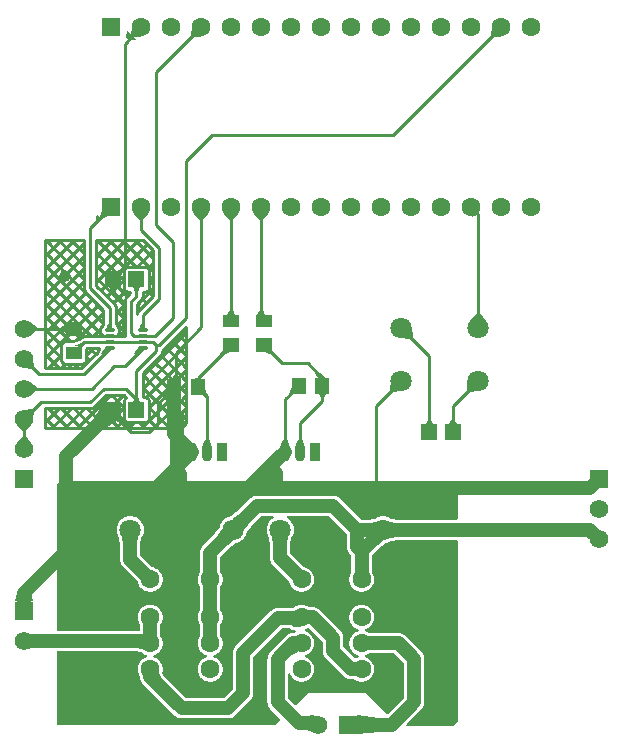
<source format=gtl>
G04 Layer: TopLayer*
G04 EasyEDA v6.5.22, 2023-11-14 22:50:32*
G04 e9b09aeb9267423f9454c27dff36c41a,e380eaf7f1bc463bad4fc33596f4f57f,10*
G04 Gerber Generator version 0.2*
G04 Scale: 100 percent, Rotated: No, Reflected: No *
G04 Dimensions in millimeters *
G04 leading zeros omitted , absolute positions ,4 integer and 5 decimal *
%FSLAX45Y45*%
%MOMM*%

%AMMACRO1*21,1,$1,$2,0,0,$3*%
%ADD10C,0.2540*%
%ADD11C,1.2000*%
%ADD12MACRO1,1.35X1.41X-90.0000*%
%ADD13MACRO1,1.35X1.41X90.0000*%
%ADD14MACRO1,1.377X1.1325X-90.0000*%
%ADD15MACRO1,1.377X1.1325X0.0000*%
%ADD16R,1.3770X1.1325*%
%ADD17O,0.9050020000000001X0.2800096*%
%ADD18C,1.8000*%
%ADD19R,1.5748X1.5748*%
%ADD20C,1.5748*%
%ADD21O,0.8999982X1.5999968*%
%ADD22R,0.9000X1.6000*%
%ADD23R,1.6000X1.6000*%
%ADD24C,1.6000*%
%ADD25C,1.0000*%
%ADD26C,0.0180*%

%LPD*%
G36*
X4269943Y1715973D02*
G01*
X4266082Y1716735D01*
X4262780Y1718919D01*
X4090111Y1891588D01*
X4088384Y1892300D01*
X3595115Y1892300D01*
X3593388Y1891588D01*
X3496919Y1795119D01*
X3493617Y1792935D01*
X3489756Y1792173D01*
X3485845Y1792935D01*
X3482543Y1795119D01*
X3429000Y1848713D01*
X3426764Y1852015D01*
X3426002Y1855876D01*
X3426002Y2051862D01*
X3427018Y2056282D01*
X3429812Y2059787D01*
X3433876Y2061768D01*
X3438347Y2061819D01*
X3442462Y2059889D01*
X3445256Y2056384D01*
X3451606Y2043582D01*
X3459276Y2032050D01*
X3468420Y2021636D01*
X3478834Y2012543D01*
X3490366Y2004822D01*
X3502761Y1998675D01*
X3515868Y1994255D01*
X3529482Y1991563D01*
X3543300Y1990648D01*
X3557117Y1991563D01*
X3570681Y1994255D01*
X3583838Y1998675D01*
X3596233Y2004822D01*
X3607765Y2012543D01*
X3618179Y2021636D01*
X3627272Y2032050D01*
X3634994Y2043582D01*
X3641140Y2055977D01*
X3645560Y2069134D01*
X3648252Y2082698D01*
X3649167Y2096516D01*
X3648252Y2110333D01*
X3645560Y2123948D01*
X3641140Y2137054D01*
X3634994Y2149449D01*
X3627272Y2160981D01*
X3618179Y2171395D01*
X3607765Y2180539D01*
X3596233Y2188210D01*
X3583838Y2194356D01*
X3576320Y2196896D01*
X3572764Y2199030D01*
X3570325Y2202434D01*
X3569462Y2206498D01*
X3570325Y2210612D01*
X3572764Y2214016D01*
X3576320Y2216150D01*
X3583838Y2218639D01*
X3596233Y2224786D01*
X3607765Y2232507D01*
X3618179Y2241600D01*
X3627272Y2252014D01*
X3634994Y2263546D01*
X3641140Y2275941D01*
X3645560Y2289098D01*
X3648252Y2302662D01*
X3649167Y2316480D01*
X3648252Y2330297D01*
X3645560Y2343912D01*
X3641140Y2357018D01*
X3634994Y2369413D01*
X3627272Y2380945D01*
X3618179Y2391359D01*
X3607765Y2400503D01*
X3596233Y2408174D01*
X3583838Y2414320D01*
X3576320Y2416860D01*
X3572764Y2418994D01*
X3570325Y2422398D01*
X3569462Y2426462D01*
X3570325Y2430576D01*
X3572764Y2433980D01*
X3576320Y2436114D01*
X3583838Y2438603D01*
X3596233Y2444750D01*
X3600246Y2445766D01*
X3604412Y2445105D01*
X3607917Y2442819D01*
X3721100Y2329586D01*
X3723335Y2326284D01*
X3724097Y2322423D01*
X3724097Y2248103D01*
X3724300Y2241753D01*
X3724960Y2235657D01*
X3726078Y2229662D01*
X3727602Y2223719D01*
X3729532Y2217877D01*
X3731869Y2212238D01*
X3734612Y2206752D01*
X3737711Y2201468D01*
X3741216Y2196439D01*
X3745077Y2191664D01*
X3749395Y2187041D01*
X3900525Y2035911D01*
X3905148Y2031593D01*
X3909923Y2027732D01*
X3914952Y2024227D01*
X3920236Y2021128D01*
X3925722Y2018385D01*
X3931361Y2016048D01*
X3937203Y2014118D01*
X3943146Y2012594D01*
X3949141Y2011476D01*
X3955237Y2010816D01*
X3961587Y2010613D01*
X3986631Y2010613D01*
X3989578Y2010156D01*
X3992270Y2008886D01*
X3998366Y2004822D01*
X4010761Y1998675D01*
X4023868Y1994255D01*
X4037482Y1991563D01*
X4051300Y1990648D01*
X4065117Y1991563D01*
X4078681Y1994255D01*
X4091838Y1998675D01*
X4104233Y2004822D01*
X4115765Y2012543D01*
X4126179Y2021636D01*
X4135272Y2032050D01*
X4142994Y2043582D01*
X4149140Y2055977D01*
X4153560Y2069134D01*
X4156252Y2082698D01*
X4157167Y2096516D01*
X4156252Y2110333D01*
X4153560Y2123948D01*
X4149140Y2137054D01*
X4142994Y2149449D01*
X4135272Y2160981D01*
X4126179Y2171395D01*
X4115765Y2180539D01*
X4104233Y2188210D01*
X4091838Y2194356D01*
X4084320Y2196896D01*
X4080764Y2199030D01*
X4078325Y2202434D01*
X4077462Y2206498D01*
X4078325Y2210612D01*
X4080764Y2214016D01*
X4084320Y2216150D01*
X4091838Y2218639D01*
X4104233Y2224786D01*
X4110329Y2228850D01*
X4113022Y2230120D01*
X4115968Y2230577D01*
X4323943Y2230577D01*
X4327804Y2229815D01*
X4331106Y2227580D01*
X4406900Y2151786D01*
X4409135Y2148484D01*
X4409897Y2144623D01*
X4409897Y1855876D01*
X4409135Y1852015D01*
X4406900Y1848713D01*
X4277156Y1718919D01*
X4273854Y1716735D01*
G37*

%LPD*%
G36*
X1483360Y1625600D02*
G01*
X1479448Y1626362D01*
X1476197Y1628597D01*
X1473962Y1631848D01*
X1473200Y1635760D01*
X1473200Y2240737D01*
X1473962Y2244598D01*
X1476197Y2247900D01*
X1479448Y2250135D01*
X1483360Y2250897D01*
X2139137Y2250897D01*
X2140864Y2250744D01*
X2180031Y2244090D01*
X2182622Y2243277D01*
X2184857Y2241854D01*
X2195982Y2232558D01*
X2207666Y2224786D01*
X2220061Y2218639D01*
X2227529Y2216150D01*
X2231136Y2214016D01*
X2233574Y2210612D01*
X2234438Y2206498D01*
X2233574Y2202434D01*
X2231136Y2199030D01*
X2227529Y2196896D01*
X2220061Y2194356D01*
X2207666Y2188210D01*
X2196134Y2180539D01*
X2185720Y2171395D01*
X2176576Y2160981D01*
X2168906Y2149449D01*
X2162759Y2137054D01*
X2158339Y2123948D01*
X2155596Y2110333D01*
X2154682Y2096516D01*
X2155596Y2082698D01*
X2158339Y2069134D01*
X2162759Y2055977D01*
X2168906Y2043582D01*
X2172970Y2037435D01*
X2174240Y2034895D01*
X2174697Y2032152D01*
X2174900Y2025853D01*
X2175560Y2019757D01*
X2176678Y2013762D01*
X2178202Y2007819D01*
X2180132Y2001977D01*
X2182469Y1996338D01*
X2185212Y1990852D01*
X2188311Y1985568D01*
X2191816Y1980539D01*
X2195677Y1975764D01*
X2199995Y1971141D01*
X2466441Y1704695D01*
X2471064Y1700377D01*
X2475839Y1696516D01*
X2480868Y1693011D01*
X2486152Y1689912D01*
X2491638Y1687169D01*
X2497277Y1684832D01*
X2503119Y1682902D01*
X2509062Y1681378D01*
X2515057Y1680260D01*
X2521153Y1679600D01*
X2527503Y1679397D01*
X2920796Y1679397D01*
X2927146Y1679600D01*
X2933242Y1680260D01*
X2939237Y1681378D01*
X2945180Y1682902D01*
X2951022Y1684832D01*
X2956661Y1687169D01*
X2962148Y1689912D01*
X2967431Y1693011D01*
X2972460Y1696516D01*
X2977235Y1700377D01*
X2981858Y1704695D01*
X3108604Y1831441D01*
X3112922Y1836064D01*
X3116783Y1840839D01*
X3120288Y1845868D01*
X3123387Y1851152D01*
X3126130Y1856638D01*
X3128467Y1862277D01*
X3130397Y1868119D01*
X3131921Y1874062D01*
X3133039Y1880057D01*
X3133699Y1886153D01*
X3133902Y1892503D01*
X3133902Y2195423D01*
X3134664Y2199284D01*
X3136900Y2202586D01*
X3372713Y2438400D01*
X3376015Y2440635D01*
X3379876Y2441397D01*
X3443478Y2441397D01*
X3447389Y2440635D01*
X3450640Y2438400D01*
X3456584Y2432507D01*
X3460851Y2429002D01*
X3466033Y2426309D01*
X3471672Y2424836D01*
X3478022Y2424684D01*
X3481120Y2424938D01*
X3485540Y2424328D01*
X3489248Y2421940D01*
X3491585Y2418181D01*
X3492093Y2413762D01*
X3490671Y2409596D01*
X3487623Y2406396D01*
X3484219Y2404110D01*
X3481527Y2402840D01*
X3478580Y2402382D01*
X3466033Y2402179D01*
X3459937Y2401519D01*
X3453942Y2400401D01*
X3447999Y2398877D01*
X3442157Y2396947D01*
X3436518Y2394610D01*
X3431032Y2391867D01*
X3425748Y2388768D01*
X3420719Y2385263D01*
X3415944Y2381402D01*
X3411321Y2377084D01*
X3279495Y2245258D01*
X3275177Y2240635D01*
X3271316Y2235860D01*
X3267811Y2230831D01*
X3264712Y2225548D01*
X3261969Y2220061D01*
X3259632Y2214422D01*
X3257702Y2208580D01*
X3256178Y2202637D01*
X3255060Y2196642D01*
X3254400Y2190546D01*
X3254197Y2184196D01*
X3254197Y1816303D01*
X3254400Y1809953D01*
X3255060Y1803857D01*
X3256178Y1797862D01*
X3257702Y1791919D01*
X3259632Y1786077D01*
X3261969Y1780438D01*
X3264712Y1774952D01*
X3267811Y1769668D01*
X3271316Y1764639D01*
X3275177Y1759864D01*
X3279495Y1755241D01*
X3361080Y1673656D01*
X3363264Y1670354D01*
X3364026Y1666443D01*
X3363264Y1662582D01*
X3361080Y1659280D01*
X3330397Y1628597D01*
X3327095Y1626362D01*
X3323183Y1625600D01*
G37*

%LPD*%
G36*
X4438599Y1612900D02*
G01*
X4434738Y1613662D01*
X4431436Y1615897D01*
X4429252Y1619148D01*
X4428439Y1623060D01*
X4429252Y1626971D01*
X4431436Y1630222D01*
X4556404Y1755241D01*
X4560722Y1759864D01*
X4564583Y1764639D01*
X4568088Y1769668D01*
X4571187Y1774952D01*
X4573930Y1780438D01*
X4576267Y1786077D01*
X4578197Y1791919D01*
X4579721Y1797862D01*
X4580839Y1803857D01*
X4581499Y1809953D01*
X4581702Y1816303D01*
X4581702Y2184196D01*
X4581499Y2190546D01*
X4580839Y2196642D01*
X4579721Y2202637D01*
X4578197Y2208580D01*
X4576267Y2214422D01*
X4573930Y2220061D01*
X4571187Y2225548D01*
X4568088Y2230831D01*
X4564583Y2235860D01*
X4560722Y2240635D01*
X4556404Y2245258D01*
X4424578Y2377084D01*
X4419955Y2381402D01*
X4415180Y2385263D01*
X4410151Y2388768D01*
X4404868Y2391867D01*
X4399381Y2394610D01*
X4393742Y2396947D01*
X4387900Y2398877D01*
X4381957Y2400401D01*
X4375962Y2401519D01*
X4369866Y2402179D01*
X4363516Y2402382D01*
X4116019Y2402382D01*
X4113072Y2402840D01*
X4110329Y2404110D01*
X4104233Y2408174D01*
X4091838Y2414320D01*
X4084320Y2416860D01*
X4080764Y2418994D01*
X4078325Y2422398D01*
X4077462Y2426462D01*
X4078325Y2430576D01*
X4080764Y2433980D01*
X4084320Y2436114D01*
X4091838Y2438603D01*
X4104233Y2444750D01*
X4115765Y2452471D01*
X4126179Y2461564D01*
X4135272Y2471978D01*
X4142994Y2483510D01*
X4149140Y2495905D01*
X4153560Y2509062D01*
X4156252Y2522626D01*
X4157167Y2536444D01*
X4156252Y2550261D01*
X4153560Y2563876D01*
X4149140Y2576982D01*
X4142994Y2589377D01*
X4135272Y2600909D01*
X4126179Y2611323D01*
X4115765Y2620467D01*
X4104233Y2628138D01*
X4091838Y2634284D01*
X4078681Y2638704D01*
X4065117Y2641447D01*
X4051300Y2642362D01*
X4037482Y2641447D01*
X4023868Y2638704D01*
X4010761Y2634284D01*
X3998366Y2628138D01*
X3986834Y2620467D01*
X3976420Y2611323D01*
X3967276Y2600909D01*
X3959606Y2589377D01*
X3953459Y2576982D01*
X3949039Y2563876D01*
X3946296Y2550261D01*
X3945382Y2536444D01*
X3946296Y2522626D01*
X3949039Y2509062D01*
X3953459Y2495905D01*
X3959606Y2483510D01*
X3967276Y2471978D01*
X3976420Y2461564D01*
X3986834Y2452471D01*
X3998366Y2444750D01*
X4010761Y2438603D01*
X4018229Y2436114D01*
X4021836Y2433980D01*
X4024274Y2430576D01*
X4025137Y2426462D01*
X4024274Y2422398D01*
X4021836Y2418994D01*
X4018229Y2416860D01*
X4010761Y2414320D01*
X3998366Y2408174D01*
X3986834Y2400503D01*
X3976420Y2391359D01*
X3967276Y2380945D01*
X3959606Y2369413D01*
X3953459Y2357018D01*
X3949039Y2343912D01*
X3946296Y2330297D01*
X3945382Y2316480D01*
X3946296Y2302662D01*
X3949039Y2289098D01*
X3953459Y2275941D01*
X3959606Y2263546D01*
X3967276Y2252014D01*
X3976420Y2241600D01*
X3986834Y2232507D01*
X3998366Y2224786D01*
X4010761Y2218639D01*
X4018229Y2216150D01*
X4021836Y2214016D01*
X4024274Y2210612D01*
X4025137Y2206498D01*
X4024274Y2202434D01*
X4021836Y2199030D01*
X4018229Y2196896D01*
X4010761Y2194356D01*
X4000093Y2189073D01*
X3996029Y2188057D01*
X3991914Y2188718D01*
X3988409Y2191004D01*
X3898900Y2280513D01*
X3896664Y2283815D01*
X3895902Y2287676D01*
X3895902Y2361996D01*
X3895699Y2368346D01*
X3895039Y2374442D01*
X3893921Y2380437D01*
X3892397Y2386380D01*
X3890467Y2392222D01*
X3888130Y2397861D01*
X3885387Y2403348D01*
X3882288Y2408631D01*
X3878783Y2413660D01*
X3874922Y2418435D01*
X3870604Y2423058D01*
X3696614Y2597048D01*
X3691991Y2601366D01*
X3687216Y2605227D01*
X3682187Y2608732D01*
X3676904Y2611831D01*
X3671417Y2614574D01*
X3665778Y2616911D01*
X3659936Y2618841D01*
X3653993Y2620365D01*
X3647998Y2621483D01*
X3641902Y2622143D01*
X3635552Y2622346D01*
X3607968Y2622346D01*
X3605022Y2622804D01*
X3602329Y2624074D01*
X3596233Y2628138D01*
X3583838Y2634284D01*
X3570681Y2638704D01*
X3557117Y2641447D01*
X3543300Y2642362D01*
X3529482Y2641447D01*
X3515868Y2638704D01*
X3502761Y2634284D01*
X3490366Y2628138D01*
X3474567Y2617419D01*
X3471468Y2616657D01*
X3428288Y2613202D01*
X3340303Y2613202D01*
X3333953Y2612999D01*
X3327857Y2612339D01*
X3321862Y2611221D01*
X3315919Y2609697D01*
X3310077Y2607767D01*
X3304438Y2605430D01*
X3298951Y2602687D01*
X3293668Y2599588D01*
X3288639Y2596083D01*
X3283864Y2592222D01*
X3279241Y2587904D01*
X2987395Y2296058D01*
X2983077Y2291435D01*
X2979216Y2286660D01*
X2975711Y2281631D01*
X2972612Y2276348D01*
X2969869Y2270861D01*
X2967532Y2265222D01*
X2965602Y2259380D01*
X2964078Y2253437D01*
X2962960Y2247442D01*
X2962300Y2241346D01*
X2962097Y2234996D01*
X2962097Y1932076D01*
X2961335Y1928215D01*
X2959100Y1924913D01*
X2888386Y1854200D01*
X2885084Y1851964D01*
X2881223Y1851202D01*
X2567076Y1851202D01*
X2563215Y1851964D01*
X2559913Y1854200D01*
X2382774Y2031339D01*
X2380843Y2033981D01*
X2364536Y2066747D01*
X2363571Y2069947D01*
X2363673Y2073249D01*
X2365552Y2082698D01*
X2366467Y2096516D01*
X2365552Y2110333D01*
X2362860Y2123948D01*
X2358440Y2137054D01*
X2352294Y2149449D01*
X2344572Y2160981D01*
X2335479Y2171395D01*
X2325065Y2180539D01*
X2313533Y2188210D01*
X2301138Y2194356D01*
X2293620Y2196896D01*
X2290064Y2199030D01*
X2287625Y2202434D01*
X2286762Y2206498D01*
X2287625Y2210612D01*
X2290064Y2214016D01*
X2293620Y2216150D01*
X2301138Y2218639D01*
X2313533Y2224786D01*
X2325065Y2232507D01*
X2335479Y2241600D01*
X2344572Y2252014D01*
X2352294Y2263546D01*
X2358440Y2275941D01*
X2362860Y2289098D01*
X2365552Y2302662D01*
X2366467Y2316480D01*
X2365552Y2330297D01*
X2362860Y2343912D01*
X2358440Y2357018D01*
X2352294Y2369413D01*
X2348230Y2375509D01*
X2346960Y2378202D01*
X2346502Y2381148D01*
X2346502Y2471775D01*
X2346960Y2474722D01*
X2348230Y2477414D01*
X2352294Y2483510D01*
X2358440Y2495905D01*
X2362860Y2509062D01*
X2365552Y2522626D01*
X2366467Y2536444D01*
X2365552Y2550261D01*
X2362860Y2563876D01*
X2358440Y2576982D01*
X2352294Y2589377D01*
X2344572Y2600909D01*
X2335479Y2611323D01*
X2325065Y2620467D01*
X2313533Y2628138D01*
X2301138Y2634284D01*
X2287981Y2638704D01*
X2274417Y2641447D01*
X2260600Y2642362D01*
X2246782Y2641447D01*
X2233168Y2638704D01*
X2220061Y2634284D01*
X2207666Y2628138D01*
X2196134Y2620467D01*
X2185720Y2611323D01*
X2176576Y2600909D01*
X2168906Y2589377D01*
X2162759Y2576982D01*
X2158339Y2563876D01*
X2155596Y2550261D01*
X2154682Y2536444D01*
X2155596Y2522626D01*
X2158339Y2509062D01*
X2162759Y2495905D01*
X2168906Y2483510D01*
X2172970Y2477414D01*
X2174240Y2474671D01*
X2174697Y2471724D01*
X2174697Y2432862D01*
X2173935Y2429002D01*
X2171700Y2425700D01*
X2168398Y2423464D01*
X2164537Y2422702D01*
X1483360Y2422702D01*
X1479448Y2423464D01*
X1476197Y2425700D01*
X1473962Y2429002D01*
X1473200Y2432862D01*
X1473200Y3660140D01*
X1473962Y3664051D01*
X1476197Y3667302D01*
X1479448Y3669537D01*
X1483360Y3670300D01*
X4853940Y3670300D01*
X4857851Y3669537D01*
X4861102Y3667302D01*
X4863338Y3664051D01*
X4864100Y3660140D01*
X4864100Y3372662D01*
X4863338Y3368801D01*
X4861102Y3365500D01*
X4857851Y3363264D01*
X4853940Y3362502D01*
X4355744Y3362553D01*
X4304538Y3368700D01*
X4302048Y3369310D01*
X4299762Y3370529D01*
X4294378Y3374440D01*
X4281627Y3381451D01*
X4268114Y3386836D01*
X4254042Y3390442D01*
X4239564Y3392271D01*
X4225036Y3392271D01*
X4210608Y3390442D01*
X4196486Y3386836D01*
X4182973Y3381451D01*
X4170222Y3374440D01*
X4164837Y3370529D01*
X4162602Y3369310D01*
X4160062Y3368700D01*
X4107637Y3362502D01*
X4052976Y3362502D01*
X4049115Y3363264D01*
X4045813Y3365500D01*
X3870858Y3540404D01*
X3866235Y3544722D01*
X3861460Y3548583D01*
X3856431Y3552088D01*
X3851148Y3555187D01*
X3845661Y3557930D01*
X3840022Y3560267D01*
X3834180Y3562197D01*
X3828237Y3563721D01*
X3822242Y3564839D01*
X3816146Y3565499D01*
X3809796Y3565702D01*
X3165703Y3565702D01*
X3159353Y3565499D01*
X3153257Y3564839D01*
X3147263Y3563721D01*
X3141319Y3562197D01*
X3135477Y3560267D01*
X3129838Y3557930D01*
X3124352Y3555187D01*
X3119069Y3552088D01*
X3114040Y3548583D01*
X3109264Y3544722D01*
X3104642Y3540404D01*
X2988818Y3424682D01*
X2948381Y3392881D01*
X2946044Y3391509D01*
X2940608Y3390442D01*
X2926486Y3386836D01*
X2912973Y3381451D01*
X2900222Y3374440D01*
X2888437Y3365906D01*
X2877820Y3355949D01*
X2868574Y3344722D01*
X2860751Y3332429D01*
X2854553Y3319272D01*
X2850083Y3305403D01*
X2848051Y3294938D01*
X2847340Y3292652D01*
X2846070Y3290570D01*
X2813405Y3249168D01*
X2707995Y3143758D01*
X2703677Y3139135D01*
X2699816Y3134360D01*
X2696311Y3129330D01*
X2693212Y3124047D01*
X2690469Y3118561D01*
X2688132Y3112922D01*
X2686202Y3107080D01*
X2684678Y3101136D01*
X2683560Y3095142D01*
X2682900Y3089046D01*
X2682697Y3082696D01*
X2682697Y2921152D01*
X2682240Y2918206D01*
X2680970Y2915513D01*
X2676906Y2909417D01*
X2670759Y2896971D01*
X2666339Y2883865D01*
X2663596Y2870301D01*
X2662682Y2856433D01*
X2663596Y2842615D01*
X2666339Y2829052D01*
X2670759Y2815945D01*
X2676906Y2803499D01*
X2680970Y2797403D01*
X2682240Y2794711D01*
X2682697Y2791764D01*
X2682697Y2601163D01*
X2682240Y2598216D01*
X2680970Y2595524D01*
X2676906Y2589377D01*
X2670759Y2576982D01*
X2666339Y2563876D01*
X2663596Y2550261D01*
X2662682Y2536444D01*
X2663596Y2522626D01*
X2666339Y2509062D01*
X2670759Y2495905D01*
X2676906Y2483510D01*
X2680970Y2477414D01*
X2682240Y2474671D01*
X2682697Y2471724D01*
X2682697Y2381199D01*
X2682240Y2378252D01*
X2680970Y2375560D01*
X2676906Y2369413D01*
X2670759Y2357018D01*
X2666339Y2343912D01*
X2663596Y2330297D01*
X2662682Y2316480D01*
X2663596Y2302662D01*
X2666339Y2289098D01*
X2670759Y2275941D01*
X2676906Y2263546D01*
X2684576Y2252014D01*
X2693720Y2241600D01*
X2704134Y2232507D01*
X2715666Y2224786D01*
X2728061Y2218639D01*
X2735529Y2216150D01*
X2739136Y2214016D01*
X2741574Y2210612D01*
X2742438Y2206498D01*
X2741574Y2202434D01*
X2739136Y2199030D01*
X2735529Y2196896D01*
X2728061Y2194356D01*
X2715666Y2188210D01*
X2704134Y2180539D01*
X2693720Y2171395D01*
X2684576Y2160981D01*
X2676906Y2149449D01*
X2670759Y2137054D01*
X2666339Y2123948D01*
X2663596Y2110333D01*
X2662682Y2096516D01*
X2663596Y2082698D01*
X2666339Y2069134D01*
X2670759Y2055977D01*
X2676906Y2043582D01*
X2684576Y2032050D01*
X2693720Y2021636D01*
X2704134Y2012543D01*
X2715666Y2004822D01*
X2728061Y1998675D01*
X2741168Y1994255D01*
X2754782Y1991563D01*
X2768600Y1990648D01*
X2782417Y1991563D01*
X2795981Y1994255D01*
X2809138Y1998675D01*
X2821533Y2004822D01*
X2833065Y2012543D01*
X2843479Y2021636D01*
X2852572Y2032050D01*
X2860294Y2043582D01*
X2866440Y2055977D01*
X2870860Y2069134D01*
X2873552Y2082698D01*
X2874467Y2096516D01*
X2873552Y2110333D01*
X2870860Y2123948D01*
X2866440Y2137054D01*
X2860294Y2149449D01*
X2852572Y2160981D01*
X2843479Y2171395D01*
X2833065Y2180539D01*
X2821533Y2188210D01*
X2809138Y2194356D01*
X2801620Y2196896D01*
X2798064Y2199030D01*
X2795625Y2202434D01*
X2794762Y2206498D01*
X2795625Y2210612D01*
X2798064Y2214016D01*
X2801620Y2216150D01*
X2809138Y2218639D01*
X2821533Y2224786D01*
X2833065Y2232507D01*
X2843479Y2241600D01*
X2852572Y2252014D01*
X2860294Y2263546D01*
X2866440Y2275941D01*
X2870860Y2289098D01*
X2873552Y2302662D01*
X2874467Y2316480D01*
X2873552Y2330297D01*
X2870860Y2343912D01*
X2866440Y2357018D01*
X2860294Y2369413D01*
X2856230Y2375509D01*
X2854960Y2378202D01*
X2854502Y2381148D01*
X2854502Y2471775D01*
X2854960Y2474722D01*
X2856230Y2477414D01*
X2860294Y2483510D01*
X2866440Y2495905D01*
X2870860Y2509062D01*
X2873552Y2522626D01*
X2874467Y2536444D01*
X2873552Y2550261D01*
X2870860Y2563876D01*
X2866440Y2576982D01*
X2860294Y2589377D01*
X2856230Y2595473D01*
X2854960Y2598166D01*
X2854502Y2601112D01*
X2854502Y2791764D01*
X2854960Y2794711D01*
X2856230Y2797403D01*
X2860294Y2803499D01*
X2866440Y2815945D01*
X2870860Y2829052D01*
X2873552Y2842615D01*
X2874467Y2856433D01*
X2873552Y2870301D01*
X2870860Y2883865D01*
X2866440Y2896971D01*
X2860294Y2909417D01*
X2856230Y2915513D01*
X2854960Y2918206D01*
X2854502Y2921152D01*
X2854502Y3043123D01*
X2855264Y3046984D01*
X2857500Y3050286D01*
X2935782Y3128518D01*
X2976219Y3160318D01*
X2978556Y3161690D01*
X2984042Y3162757D01*
X2998114Y3166364D01*
X3011627Y3171748D01*
X3024378Y3178759D01*
X3036163Y3187293D01*
X3046780Y3197250D01*
X3056077Y3208477D01*
X3063849Y3220770D01*
X3070047Y3233928D01*
X3074568Y3247796D01*
X3076549Y3258261D01*
X3077311Y3260598D01*
X3078530Y3262629D01*
X3111195Y3303981D01*
X3198114Y3390900D01*
X3201416Y3393135D01*
X3205276Y3393897D01*
X3296005Y3393897D01*
X3300323Y3392932D01*
X3303828Y3390188D01*
X3305860Y3386277D01*
X3305962Y3381806D01*
X3304235Y3377742D01*
X3300222Y3374440D01*
X3288436Y3365906D01*
X3277819Y3355949D01*
X3268522Y3344722D01*
X3260750Y3332429D01*
X3254552Y3319272D01*
X3250031Y3305403D01*
X3247339Y3291128D01*
X3246424Y3276600D01*
X3247339Y3262071D01*
X3250031Y3247796D01*
X3254552Y3233928D01*
X3260750Y3220770D01*
X3268776Y3208121D01*
X3270300Y3203854D01*
X3276396Y3151936D01*
X3276396Y3037687D01*
X3276600Y3031337D01*
X3277260Y3025241D01*
X3278378Y3019247D01*
X3279901Y3013303D01*
X3281832Y3007461D01*
X3284169Y3001822D01*
X3286912Y2996336D01*
X3290011Y2991053D01*
X3293516Y2986024D01*
X3297377Y2981248D01*
X3301695Y2976626D01*
X3436823Y2841498D01*
X3438601Y2839110D01*
X3439566Y2836265D01*
X3441039Y2829102D01*
X3445459Y2815945D01*
X3451606Y2803550D01*
X3459276Y2792018D01*
X3468420Y2781604D01*
X3478834Y2772511D01*
X3490366Y2764790D01*
X3502761Y2758643D01*
X3515868Y2754223D01*
X3529482Y2751531D01*
X3543300Y2750616D01*
X3557117Y2751531D01*
X3570681Y2754223D01*
X3583838Y2758643D01*
X3596233Y2764790D01*
X3607765Y2772511D01*
X3618179Y2781604D01*
X3627272Y2792018D01*
X3634994Y2803550D01*
X3641140Y2815945D01*
X3645560Y2829102D01*
X3648252Y2842666D01*
X3649167Y2856484D01*
X3648252Y2870301D01*
X3645560Y2883916D01*
X3641140Y2897022D01*
X3634994Y2909417D01*
X3627272Y2920949D01*
X3618179Y2931363D01*
X3607765Y2940507D01*
X3596233Y2948178D01*
X3583838Y2954324D01*
X3570681Y2958744D01*
X3563518Y2960217D01*
X3560673Y2961182D01*
X3558286Y2962960D01*
X3451199Y3070098D01*
X3448964Y3073400D01*
X3448202Y3077260D01*
X3448304Y3153105D01*
X3454298Y3203905D01*
X3455822Y3208121D01*
X3463848Y3220770D01*
X3470046Y3233928D01*
X3474516Y3247796D01*
X3477260Y3262071D01*
X3478174Y3276600D01*
X3477260Y3291128D01*
X3474516Y3305403D01*
X3470046Y3319272D01*
X3463848Y3332429D01*
X3456025Y3344722D01*
X3446779Y3355949D01*
X3436162Y3365906D01*
X3424377Y3374440D01*
X3420364Y3377742D01*
X3418586Y3381806D01*
X3418738Y3386277D01*
X3420770Y3390188D01*
X3424275Y3392932D01*
X3428593Y3393897D01*
X3770223Y3393897D01*
X3774084Y3393135D01*
X3777386Y3390900D01*
X3924300Y3243986D01*
X3926535Y3240684D01*
X3927297Y3236823D01*
X3927297Y3133902D01*
X3927500Y3127552D01*
X3928160Y3121456D01*
X3929278Y3115462D01*
X3930802Y3109518D01*
X3932732Y3103676D01*
X3935069Y3098038D01*
X3937812Y3092551D01*
X3940911Y3087268D01*
X3944416Y3082239D01*
X3948277Y3077464D01*
X3952595Y3072841D01*
X3962400Y3062986D01*
X3964635Y3059684D01*
X3965397Y3055823D01*
X3965397Y2921152D01*
X3964940Y2918206D01*
X3963670Y2915513D01*
X3959606Y2909417D01*
X3953459Y2896971D01*
X3949039Y2883865D01*
X3946296Y2870301D01*
X3945382Y2856433D01*
X3946296Y2842615D01*
X3949039Y2829052D01*
X3953459Y2815945D01*
X3959606Y2803499D01*
X3967276Y2792018D01*
X3976420Y2781604D01*
X3986834Y2772460D01*
X3998366Y2764739D01*
X4010761Y2758643D01*
X4023868Y2754172D01*
X4037482Y2751480D01*
X4051300Y2750566D01*
X4065117Y2751480D01*
X4078681Y2754172D01*
X4091838Y2758643D01*
X4104233Y2764739D01*
X4115765Y2772460D01*
X4126179Y2781604D01*
X4135272Y2792018D01*
X4142994Y2803499D01*
X4149140Y2815945D01*
X4153560Y2829052D01*
X4156252Y2842615D01*
X4157167Y2856433D01*
X4156252Y2870301D01*
X4153560Y2883865D01*
X4149140Y2896971D01*
X4142994Y2909417D01*
X4138929Y2915513D01*
X4137660Y2918206D01*
X4137202Y2921152D01*
X4137202Y3055823D01*
X4137964Y3059684D01*
X4140200Y3062986D01*
X4205782Y3128518D01*
X4246219Y3160318D01*
X4248556Y3161690D01*
X4254042Y3162757D01*
X4268114Y3166364D01*
X4281627Y3171748D01*
X4294378Y3178759D01*
X4299762Y3182670D01*
X4302048Y3183890D01*
X4304538Y3184499D01*
X4356963Y3190697D01*
X4853940Y3190697D01*
X4857851Y3189935D01*
X4861102Y3187700D01*
X4863338Y3184398D01*
X4864100Y3180537D01*
X4864100Y1655216D01*
X4863338Y1651304D01*
X4861102Y1648002D01*
X4828997Y1615897D01*
X4825695Y1613662D01*
X4821783Y1612900D01*
G37*

%LPC*%
G36*
X2260600Y2750616D02*
G01*
X2274417Y2751531D01*
X2287981Y2754223D01*
X2301138Y2758643D01*
X2313533Y2764790D01*
X2325065Y2772511D01*
X2335479Y2781604D01*
X2344572Y2792018D01*
X2352294Y2803550D01*
X2358440Y2815945D01*
X2362860Y2829102D01*
X2365552Y2842666D01*
X2366467Y2856484D01*
X2365552Y2870301D01*
X2362860Y2883916D01*
X2358440Y2897022D01*
X2352294Y2909417D01*
X2344572Y2920949D01*
X2335479Y2931363D01*
X2325065Y2940507D01*
X2313533Y2948178D01*
X2301138Y2954324D01*
X2287981Y2958744D01*
X2280818Y2960217D01*
X2277973Y2961182D01*
X2275586Y2962960D01*
X2181199Y3057398D01*
X2178964Y3060700D01*
X2178202Y3064560D01*
X2178304Y3153105D01*
X2184298Y3203905D01*
X2185822Y3208121D01*
X2193848Y3220770D01*
X2200046Y3233928D01*
X2204516Y3247796D01*
X2207260Y3262071D01*
X2208174Y3276600D01*
X2207260Y3291128D01*
X2204516Y3305403D01*
X2200046Y3319272D01*
X2193848Y3332429D01*
X2186025Y3344722D01*
X2176780Y3355949D01*
X2166162Y3365906D01*
X2154377Y3374440D01*
X2141626Y3381451D01*
X2128113Y3386836D01*
X2113991Y3390442D01*
X2099564Y3392271D01*
X2085035Y3392271D01*
X2070557Y3390442D01*
X2056485Y3386836D01*
X2042972Y3381451D01*
X2030222Y3374440D01*
X2018436Y3365906D01*
X2007819Y3355949D01*
X1998522Y3344722D01*
X1990750Y3332429D01*
X1984552Y3319272D01*
X1980031Y3305403D01*
X1977339Y3291128D01*
X1976424Y3276600D01*
X1977339Y3262071D01*
X1980031Y3247796D01*
X1984552Y3233928D01*
X1990750Y3220770D01*
X1998776Y3208121D01*
X2000300Y3203854D01*
X2006396Y3151936D01*
X2006396Y3024987D01*
X2006600Y3018637D01*
X2007260Y3012541D01*
X2008378Y3006547D01*
X2009902Y3000603D01*
X2011832Y2994761D01*
X2014169Y2989122D01*
X2016912Y2983636D01*
X2020011Y2978353D01*
X2023516Y2973324D01*
X2027377Y2968548D01*
X2031695Y2963926D01*
X2154123Y2841498D01*
X2155901Y2839110D01*
X2156866Y2836265D01*
X2158339Y2829102D01*
X2162759Y2815945D01*
X2168906Y2803550D01*
X2176576Y2792018D01*
X2185720Y2781604D01*
X2196134Y2772511D01*
X2207666Y2764790D01*
X2220061Y2758643D01*
X2233168Y2754223D01*
X2246782Y2751531D01*
G37*

%LPD*%
G36*
X6024524Y3318611D02*
G01*
X5939688Y3233775D01*
X5979312Y3195472D01*
X6062827Y3278987D01*
G37*
G36*
X4291838Y3344113D02*
G01*
X4291838Y3209086D01*
X4354830Y3216605D01*
X4354830Y3336594D01*
G37*
G36*
X4296765Y4543094D02*
G01*
X4290974Y4459782D01*
X4308906Y4441850D01*
X4392218Y4447641D01*
G37*
G36*
X4947005Y4543094D02*
G01*
X4941214Y4459782D01*
X4959146Y4441850D01*
X5042458Y4447641D01*
G37*
G36*
X4811725Y4207764D02*
G01*
X4792675Y4169664D01*
X4856175Y4169664D01*
X4837125Y4207764D01*
G37*
G36*
X4476394Y4993182D02*
G01*
X4380941Y4897729D01*
X4464253Y4891938D01*
X4482185Y4909870D01*
G37*
G36*
X4611674Y4207764D02*
G01*
X4592624Y4169664D01*
X4656124Y4169664D01*
X4637074Y4207764D01*
G37*
G36*
X5058257Y6012129D02*
G01*
X4973370Y5927242D01*
X5027828Y5939688D01*
X5045811Y5957671D01*
G37*
G36*
X5024120Y5110073D02*
G01*
X4969306Y5047081D01*
X5104333Y5047081D01*
X5049520Y5110073D01*
G37*
G36*
X2226005Y2975914D02*
G01*
X2141169Y2891078D01*
X2180742Y2851454D01*
X2265629Y2936341D01*
G37*
G36*
X2024786Y3217062D02*
G01*
X2032304Y3154070D01*
X2152294Y3154070D01*
X2159812Y3217062D01*
G37*
G36*
X3508705Y2975914D02*
G01*
X3423869Y2891078D01*
X3463442Y2851454D01*
X3548329Y2936341D01*
G37*
G36*
X3294786Y3217062D02*
G01*
X3302304Y3154070D01*
X3422294Y3154070D01*
X3429812Y3217062D01*
G37*
G36*
X4172762Y3344113D02*
G01*
X4109770Y3336594D01*
X4109770Y3216605D01*
X4172762Y3209086D01*
G37*
G36*
X3006496Y3405682D02*
G01*
X2956661Y3366414D01*
X3052114Y3270961D01*
X3091383Y3320796D01*
G37*
G36*
X3006496Y3405682D02*
G01*
X2956661Y3366414D01*
X3052114Y3270961D01*
X3091383Y3320796D01*
G37*
G36*
X2514549Y4123486D02*
G01*
X2453487Y4014876D01*
X2571191Y3901998D01*
X2661208Y3972001D01*
G37*
G36*
X2571191Y3972001D02*
G01*
X2453487Y3859123D01*
X2514549Y3750513D01*
X2661208Y3901998D01*
G37*
G36*
X3358591Y3972001D02*
G01*
X3240887Y3859123D01*
X3301949Y3750513D01*
X3448608Y3901998D01*
G37*
G36*
X1133805Y2743200D02*
G01*
X1115060Y2669540D01*
X1272540Y2669540D01*
X1253794Y2743200D01*
G37*
G36*
X1874215Y4360113D02*
G01*
X1774037Y4206798D01*
X1860753Y4123791D01*
X2015185Y4225086D01*
G37*
G36*
X2164994Y2396794D02*
G01*
X2142185Y2276805D01*
X2197404Y2267407D01*
X2219807Y2385314D01*
G37*
G36*
X1300988Y2396794D02*
G01*
X1245870Y2395829D01*
X1245870Y2277770D01*
X1300988Y2276805D01*
G37*
G36*
X2200605Y2483510D02*
G01*
X2200605Y2427528D01*
X2320594Y2427528D01*
X2320594Y2483510D01*
G37*
G36*
X2200605Y2425395D02*
G01*
X2200605Y2369413D01*
X2320594Y2369413D01*
X2320594Y2425395D01*
G37*
G36*
X2708605Y2803550D02*
G01*
X2708605Y2747518D01*
X2828594Y2747518D01*
X2828594Y2803550D01*
G37*
G36*
X2708605Y2425395D02*
G01*
X2708605Y2369413D01*
X2828594Y2369413D01*
X2828594Y2425395D01*
G37*
G36*
X3474770Y2357780D02*
G01*
X3419094Y2348230D01*
X3459784Y2219198D01*
X3510889Y2243328D01*
G37*
G36*
X3583736Y1698294D02*
G01*
X3569411Y1578305D01*
X3624275Y1573123D01*
X3638296Y1690420D01*
G37*
G36*
X4015740Y1704339D02*
G01*
X4015740Y1546860D01*
X4195724Y1565605D01*
X4195724Y1685594D01*
G37*
G36*
X4104233Y2376474D02*
G01*
X4104233Y2256485D01*
X4160215Y2256485D01*
X4160215Y2376474D01*
G37*
G36*
X2335174Y2067610D02*
G01*
X2222601Y2026107D01*
X2236266Y1971446D01*
X2360269Y2017166D01*
G37*
G36*
X3485540Y2591816D02*
G01*
X3429711Y2587294D01*
X3439820Y2467305D01*
X3495598Y2472232D01*
G37*
G36*
X3961384Y2156510D02*
G01*
X3961384Y2036521D01*
X3998366Y2036521D01*
X3998366Y2156510D01*
G37*
G36*
X3596233Y2596438D02*
G01*
X3596233Y2476449D01*
X3635756Y2476449D01*
X3635756Y2596438D01*
G37*
G36*
X2872486Y3282238D02*
G01*
X2833217Y3232404D01*
X2918104Y3147517D01*
X2967939Y3186785D01*
G37*
G36*
X2708605Y2965348D02*
G01*
X2708605Y2909366D01*
X2828594Y2909366D01*
X2828594Y2965348D01*
G37*
G36*
X4142486Y3282238D02*
G01*
X4103217Y3232404D01*
X4188104Y3147517D01*
X4237939Y3186785D01*
G37*
G36*
X3991305Y2965348D02*
G01*
X3991305Y2909366D01*
X4111294Y2909366D01*
X4111294Y2965348D01*
G37*
G36*
X2066442Y7510729D02*
G01*
X2060295Y7437678D01*
X2078278Y7419695D01*
X2151329Y7425842D01*
G37*
G36*
X2008733Y5479491D02*
G01*
X1963521Y5465013D01*
X2015185Y5428081D01*
X2029714Y5464556D01*
G37*
G36*
X1904492Y5016601D02*
G01*
X1885899Y4978501D01*
X1948383Y4978501D01*
X1929892Y5016601D01*
G37*
G36*
X1812289Y5946597D02*
G01*
X1798828Y5906160D01*
X1816760Y5888228D01*
X1857197Y5901690D01*
G37*
G36*
X2228900Y4928514D02*
G01*
X2228900Y4900472D01*
X2267000Y4901793D01*
X2267000Y4927193D01*
G37*
G36*
X5152542Y7536129D02*
G01*
X5146395Y7463078D01*
X5164378Y7445095D01*
X5237429Y7451242D01*
G37*
G36*
X2612542Y7536129D02*
G01*
X2606395Y7463078D01*
X2624378Y7445095D01*
X2697429Y7451242D01*
G37*
G36*
X2184958Y5016601D02*
G01*
X2166416Y4978501D01*
X2228900Y4978501D01*
X2210358Y5016601D01*
G37*
G36*
X2124405Y5954166D02*
G01*
X2171700Y5898184D01*
X2197100Y5898184D01*
X2244394Y5954166D01*
G37*
G36*
X2132025Y4398264D02*
G01*
X2112975Y4360164D01*
X2176475Y4360164D01*
X2157425Y4398264D01*
G37*
G36*
X2228900Y4878527D02*
G01*
X2228951Y4850485D01*
X2267051Y4851908D01*
X2267000Y4877308D01*
G37*
G36*
X3463442Y2541473D02*
G01*
X3457295Y2468422D01*
X3475278Y2450439D01*
X3548329Y2456586D01*
G37*
G36*
X2632405Y5954166D02*
G01*
X2679700Y5898184D01*
X2705100Y5898184D01*
X2752394Y5954166D01*
G37*
G36*
X2463800Y4590034D02*
G01*
X2444750Y4551934D01*
X2508250Y4551934D01*
X2489200Y4590034D01*
G37*
G36*
X2008733Y5479491D02*
G01*
X1963521Y5465013D01*
X2015185Y5428081D01*
X2029714Y5464556D01*
G37*
G36*
X2104542Y7536129D02*
G01*
X2098395Y7463078D01*
X2116378Y7445095D01*
X2189429Y7451242D01*
G37*
G36*
X2008733Y5479491D02*
G01*
X1963521Y5465013D01*
X2015185Y5428081D01*
X2029714Y5464556D01*
G37*
G36*
X1940763Y4225086D02*
G01*
X1992630Y4186986D01*
X2028545Y4186986D01*
X2004263Y4225086D01*
G37*
G36*
X2408783Y4476648D02*
G01*
X2381351Y4417009D01*
X2387041Y4386783D01*
X2420620Y4414266D01*
G37*
G36*
X2132025Y4383074D02*
G01*
X2112975Y4360164D01*
X2176475Y4360164D01*
X2157425Y4383074D01*
G37*
G36*
X1260602Y4301185D02*
G01*
X1188872Y4294987D01*
X1272387Y4211472D01*
X1278585Y4283202D01*
G37*
G36*
X1948383Y4878527D02*
G01*
X1948383Y4850485D01*
X1986483Y4851806D01*
X1986483Y4877206D01*
G37*
G36*
X2166416Y4878527D02*
G01*
X2128316Y4877206D01*
X2128316Y4851806D01*
X2166416Y4850485D01*
G37*
G36*
X1246733Y5036667D02*
G01*
X1245006Y4918557D01*
X1300784Y4964125D01*
X1301191Y4989525D01*
G37*
G36*
X1544066Y5008575D02*
G01*
X1505966Y4989525D01*
X1505966Y4964125D01*
X1544066Y4945075D01*
G37*
G36*
X1885899Y4928514D02*
G01*
X1847799Y4927193D01*
X1847799Y4901793D01*
X1885899Y4900472D01*
G37*
G36*
X1681734Y4932019D02*
G01*
X1619351Y4920183D01*
X1660093Y4911648D01*
X1684172Y4923485D01*
G37*
G36*
X1885899Y4878527D02*
G01*
X1847799Y4877206D01*
X1847799Y4851806D01*
X1885899Y4850485D01*
G37*
G36*
X1679041Y4860899D02*
G01*
X1619351Y4833366D01*
X1681734Y4821631D01*
X1709267Y4855210D01*
G37*
G36*
X1245870Y4529429D02*
G01*
X1245870Y4411370D01*
X1300988Y4457700D01*
X1300988Y4483100D01*
G37*
G36*
X2152802Y4811166D02*
G01*
X2127605Y4762398D01*
X2163521Y4762398D01*
X2215388Y4800498D01*
G37*
G36*
X1272387Y4729327D02*
G01*
X1188872Y4645812D01*
X1260602Y4639614D01*
X1278585Y4657598D01*
G37*
G36*
X1872284Y4811166D02*
G01*
X1847088Y4762398D01*
X1883003Y4762398D01*
X1934870Y4800498D01*
G37*
G36*
X1134770Y4164329D02*
G01*
X1181100Y4109212D01*
X1206500Y4109212D01*
X1252829Y4164329D01*
G37*
G36*
X1181100Y4069587D02*
G01*
X1134770Y4014470D01*
X1252829Y4014470D01*
X1206500Y4069587D01*
G37*
G36*
X2113026Y5329986D02*
G01*
X2132076Y5291886D01*
X2157476Y5291886D01*
X2176526Y5329986D01*
G37*
G36*
X2166416Y4928514D02*
G01*
X2128316Y4927193D01*
X2128316Y4901793D01*
X2166416Y4900472D01*
G37*
G36*
X1912874Y5329986D02*
G01*
X1931924Y5294376D01*
X1957324Y5294376D01*
X1976374Y5329986D01*
G37*
G36*
X1948383Y4928514D02*
G01*
X1948383Y4900472D01*
X1986483Y4901793D01*
X1986483Y4927193D01*
G37*
G36*
X1904492Y5016601D02*
G01*
X1885899Y4978501D01*
X1948383Y4978501D01*
X1929892Y5016601D01*
G37*
G36*
X1850389Y5971997D02*
G01*
X1836928Y5931611D01*
X1854911Y5913628D01*
X1895297Y5927090D01*
G37*
G36*
X3187700Y5135016D02*
G01*
X3168650Y5096916D01*
X3232150Y5096916D01*
X3213100Y5135016D01*
G37*
G36*
X3140405Y5954166D02*
G01*
X3187700Y5898184D01*
X3213100Y5898184D01*
X3260394Y5954166D01*
G37*
G36*
X2886405Y5954166D02*
G01*
X2933700Y5898184D01*
X2959100Y5898184D01*
X3006394Y5954166D01*
G37*
G36*
X2933700Y5135016D02*
G01*
X2914650Y5096916D01*
X2978150Y5096916D01*
X2959100Y5135016D01*
G37*
G36*
X3659682Y4602734D02*
G01*
X3684015Y4564634D01*
X3747515Y4564634D01*
X3695598Y4602734D01*
G37*
G36*
X3294634Y4795520D02*
G01*
X3232251Y4783683D01*
X3291890Y4756251D01*
X3322065Y4761992D01*
G37*
G36*
X2877566Y4795520D02*
G01*
X2850134Y4761992D01*
X2880309Y4756251D01*
X2939948Y4783683D01*
G37*
G36*
X2652725Y4559300D02*
G01*
X2633675Y4551934D01*
X2697175Y4551934D01*
X2678125Y4559300D01*
G37*
G36*
X3517900Y4042003D02*
G01*
X3498850Y4003903D01*
X3562350Y4003903D01*
X3543300Y4042003D01*
G37*
G36*
X3687775Y4426966D02*
G01*
X3706825Y4388866D01*
X3732225Y4388866D01*
X3751275Y4426966D01*
G37*
G36*
X3462883Y4489348D02*
G01*
X3435451Y4429709D01*
X3441141Y4399483D01*
X3474720Y4426966D01*
G37*
G36*
X3390900Y4042003D02*
G01*
X3371850Y4003903D01*
X3435350Y4003903D01*
X3416300Y4042003D01*
G37*
G36*
X2722016Y4476648D02*
G01*
X2710180Y4414266D01*
X2734208Y4396333D01*
X2746044Y4420412D01*
G37*
G36*
X2730500Y4042003D02*
G01*
X2711450Y4003903D01*
X2774950Y4003903D01*
X2755900Y4042003D01*
G37*
G36*
X2207666Y2376474D02*
G01*
X2151684Y2329180D01*
X2151684Y2303780D01*
X2207666Y2256485D01*
G37*
G36*
X1256131Y2384907D02*
G01*
X1233728Y2268931D01*
X1296619Y2303780D01*
X1301496Y2329180D01*
G37*
G36*
X2200605Y2483510D02*
G01*
X2247900Y2427528D01*
X2273300Y2427528D01*
X2320594Y2483510D01*
G37*
G36*
X2247900Y2425395D02*
G01*
X2200605Y2369413D01*
X2320594Y2369413D01*
X2273300Y2425395D01*
G37*
G36*
X2708605Y2803550D02*
G01*
X2755900Y2747518D01*
X2781300Y2747518D01*
X2828594Y2803550D01*
G37*
G36*
X2755900Y2425395D02*
G01*
X2708605Y2369413D01*
X2828594Y2369413D01*
X2781300Y2425395D01*
G37*
G36*
X2024786Y3217062D02*
G01*
X2079599Y3154070D01*
X2104999Y3154070D01*
X2159812Y3217062D01*
G37*
G36*
X2192578Y2942488D02*
G01*
X2174595Y2924505D01*
X2180742Y2851454D01*
X2265629Y2936341D01*
G37*
G36*
X3294786Y3217062D02*
G01*
X3349599Y3154070D01*
X3374999Y3154070D01*
X3429812Y3217062D01*
G37*
G36*
X3475278Y2942488D02*
G01*
X3457295Y2924505D01*
X3463442Y2851454D01*
X3548329Y2936341D01*
G37*
G36*
X3616198Y1710385D02*
G01*
X3598214Y1692402D01*
X3604412Y1620672D01*
X3687927Y1704187D01*
G37*
D10*
X3362299Y3276600D02*
G01*
X3362299Y3037484D01*
X3543300Y2856484D01*
X2092299Y3276600D02*
G01*
X2092299Y3024784D01*
X2260600Y2856484D01*
X2768600Y2856458D02*
G01*
X2768600Y2316479D01*
X2260600Y2536444D02*
G01*
X2260600Y2316479D01*
X2260600Y2316479D02*
G01*
X1214120Y2316479D01*
X1193800Y2336800D01*
X2665475Y4483100D02*
G01*
X2743200Y4405376D01*
X2743200Y3937000D01*
X3519424Y4495800D02*
G01*
X3403600Y4379976D01*
X3403600Y3937000D01*
X3719575Y4495800D02*
G01*
X3719575Y4367276D01*
X3530600Y4178300D01*
X3530600Y3937000D01*
X2946400Y4840223D02*
G01*
X2665475Y4559300D01*
X2665475Y4483100D01*
X3225800Y4840223D02*
G01*
X3379724Y4686300D01*
X3594100Y4686300D01*
X3719575Y4560823D01*
X3719575Y4495800D01*
X2946400Y6007100D02*
G01*
X2946400Y5040376D01*
X3225800Y5040376D02*
G01*
X3200400Y5065776D01*
X3200400Y6007100D01*
X1930400Y6007100D02*
G01*
X1752600Y5829300D01*
X1752600Y5321300D01*
X1917192Y5156707D01*
X1917192Y4964429D01*
X1917192Y4914392D02*
G01*
X2006091Y4914392D01*
X2032000Y4940300D01*
X2032000Y5207000D01*
X1944624Y5294376D01*
X1944624Y5397500D01*
X2197608Y4914392D02*
G01*
X2121408Y4914392D01*
X2095500Y4940300D01*
X2095500Y5207000D01*
X2144775Y5256276D01*
X2144775Y5397500D01*
X1193800Y4216400D02*
G01*
X1193800Y3962400D01*
X1917192Y4814570D02*
G01*
X1700021Y4597400D01*
X1320800Y4597400D01*
X1193800Y4724400D01*
X2197608Y4814570D02*
G01*
X2044191Y4660900D01*
X1955800Y4660900D01*
X1765300Y4470400D01*
X1193800Y4470400D01*
X1917192Y4864607D02*
G01*
X1700529Y4864607D01*
X1612900Y4776723D01*
X1917192Y4914392D02*
G01*
X1675129Y4914392D01*
X1612900Y4976876D01*
X1193800Y4978400D02*
G01*
X1612900Y4976876D01*
X1917192Y4864607D02*
G01*
X2197608Y4864607D01*
X1193800Y4216400D02*
G01*
X1333500Y4356100D01*
X1752600Y4356100D01*
X1866900Y4470400D01*
X2057400Y4470400D01*
X2144775Y4383023D01*
X2144775Y4292600D01*
X2465324Y4483100D02*
G01*
X2324100Y4341876D01*
X2324100Y4178300D01*
X2247900Y4102100D01*
X2095500Y4102100D01*
X1944624Y4252976D01*
X1944624Y4292600D01*
X2184400Y7531100D02*
G01*
X2044700Y7391400D01*
X2044700Y5497576D01*
X1944624Y5397500D01*
X2465324Y4483100D02*
G01*
X2476500Y4494276D01*
X2476500Y4775200D01*
X2692400Y4991100D01*
X2692400Y6007100D01*
X2197608Y4864607D02*
G01*
X2285491Y4864607D01*
X2311400Y4838700D01*
X2311400Y4787900D01*
X2144775Y4621276D01*
X2144775Y4292600D01*
X2184400Y6007100D02*
G01*
X2184400Y5816600D01*
X2336800Y5664200D01*
X2336800Y5232400D01*
X2197608Y5093207D01*
X2197608Y4964429D01*
X5232400Y7531100D02*
G01*
X4318000Y6616700D01*
X2781300Y6616700D01*
X2565400Y6400800D01*
X2565400Y5067300D01*
X2336800Y4838700D01*
X2311400Y4838700D01*
X2692400Y7531100D02*
G01*
X2311400Y7150100D01*
X2311400Y5854700D01*
X2451100Y5715000D01*
X2451100Y5067300D01*
X2298191Y4914392D01*
X2197608Y4914392D01*
D11*
X4232300Y3276600D02*
G01*
X4051300Y3095599D01*
X4051300Y2856458D01*
X2962300Y3276600D02*
G01*
X2768600Y3082899D01*
X2768600Y2856458D01*
X3543300Y2536444D02*
G01*
X3635756Y2536444D01*
X3810000Y2362200D01*
X3810000Y2247900D01*
X3961384Y2096515D01*
X4051300Y2096515D01*
X3543300Y2536444D02*
G01*
X3534156Y2527300D01*
X3340100Y2527300D01*
X3048000Y2235200D01*
X3048000Y2095500D01*
X3048000Y2095500D02*
G01*
X3048000Y1892300D01*
X2921000Y1765300D01*
X2527300Y1765300D01*
X2260600Y2032000D01*
X2260600Y2096515D01*
X4051300Y2316479D02*
G01*
X4363720Y2316479D01*
X4495800Y2184400D01*
X4495800Y1816100D01*
X4305300Y1625600D01*
X3937000Y1625600D01*
X3683000Y1625600D02*
G01*
X3670300Y1638300D01*
X3517900Y1638300D01*
X3340100Y1816100D01*
X3340100Y2184400D01*
X3472179Y2316479D01*
X3543300Y2316479D01*
X2768600Y2856458D02*
G01*
X2768600Y2316479D01*
X2260600Y2536444D02*
G01*
X2260600Y2316479D01*
X2260600Y2316479D02*
G01*
X2240279Y2336800D01*
X1193800Y2336800D01*
X1944624Y4292600D02*
G01*
X1549400Y3897376D01*
X1549400Y3098800D01*
X1193800Y2743200D01*
X1193800Y2590800D01*
X6057900Y3708400D02*
G01*
X5981700Y3632200D01*
X3898900Y3632200D01*
X3911600Y3632200D02*
G01*
X1562100Y3632200D01*
X3403600Y3937000D02*
G01*
X3109975Y3643376D01*
X3109975Y3632200D01*
X2616200Y3937000D02*
G01*
X2311400Y3632200D01*
X2283713Y3632200D01*
X2465324Y4483100D02*
G01*
X2465324Y4087876D01*
X2616200Y3937000D01*
X2465324Y4256422D02*
G01*
X2484457Y4237288D01*
X2484457Y3805257D01*
X3353468Y3632200D02*
G01*
X3327400Y3658268D01*
X3327400Y3759200D01*
X3297435Y3729235D01*
X3195835Y3729235D01*
X2530508Y3632200D02*
G01*
X2514600Y3648108D01*
X2514600Y3746500D01*
X2962300Y3276600D02*
G01*
X3165500Y3479800D01*
X3810000Y3479800D01*
X4013200Y3276600D01*
X4232300Y3276600D01*
X4051300Y3095599D02*
G01*
X4013200Y3133699D01*
X4013200Y3276600D01*
X3543300Y2856484D02*
G01*
X3362299Y3037484D01*
X3362299Y3276600D01*
X2260600Y2856484D02*
G01*
X2092299Y3024784D01*
X2092299Y3276600D01*
X6057900Y3200400D02*
G01*
X5981700Y3276600D01*
X4232300Y3276600D01*
D10*
X4978400Y6007100D02*
G01*
X5036820Y5948679D01*
X5036820Y4987544D01*
X4386579Y4987544D02*
G01*
X4624324Y4749800D01*
X4624324Y4102100D01*
X5036820Y4537455D02*
G01*
X4824475Y4325112D01*
X4824475Y4102100D01*
X4386579Y4537455D02*
G01*
X4172498Y4323374D01*
X4172498Y3632200D01*
X1984264Y4916170D02*
G01*
X1970372Y4916644D01*
X1970372Y4916644D02*
G01*
X1976221Y4919556D01*
X1976221Y4919556D02*
G01*
X1984006Y4925435D01*
X1984006Y4925435D02*
G01*
X1990578Y4932644D01*
X1990578Y4932644D02*
G01*
X1995713Y4940938D01*
X1995713Y4940938D02*
G01*
X1999237Y4950034D01*
X1999237Y4950034D02*
G01*
X2001030Y4959623D01*
X2001030Y4959623D02*
G01*
X2001030Y4969378D01*
X2001030Y4969378D02*
G01*
X1999237Y4978967D01*
X1999237Y4978967D02*
G01*
X1995713Y4988063D01*
X1995713Y4988063D02*
G01*
X1990578Y4996357D01*
X1990578Y4996357D02*
G01*
X1984006Y5003567D01*
X1984006Y5003567D02*
G01*
X1976773Y5009029D01*
X1976773Y5009029D02*
G01*
X1968754Y5025540D01*
X1968754Y5025540D02*
G01*
X1968754Y5156707D01*
X1968754Y5156707D02*
G01*
X1967763Y5166767D01*
X1967763Y5166767D02*
G01*
X1964829Y5176439D01*
X1964829Y5176439D02*
G01*
X1960064Y5185354D01*
X1960064Y5185354D02*
G01*
X1953651Y5193167D01*
X1953651Y5193167D02*
G01*
X1804162Y5342657D01*
X1804162Y5342657D02*
G01*
X1804162Y5727445D01*
X1804162Y5727445D02*
G01*
X2200634Y5727445D01*
X2200634Y5727445D02*
G01*
X2285238Y5642842D01*
X2285238Y5642842D02*
G01*
X2285238Y5253757D01*
X2285238Y5253757D02*
G01*
X2161148Y5129667D01*
X2161148Y5129667D02*
G01*
X2154735Y5121854D01*
X2154735Y5121854D02*
G01*
X2149970Y5112939D01*
X2149970Y5112939D02*
G01*
X2147061Y5103350D01*
X2147061Y5103350D02*
G01*
X2147061Y5185642D01*
X2147061Y5185642D02*
G01*
X2181235Y5219816D01*
X2181235Y5219816D02*
G01*
X2187648Y5227629D01*
X2187648Y5227629D02*
G01*
X2192413Y5236544D01*
X2192413Y5236544D02*
G01*
X2195347Y5246216D01*
X2195347Y5246216D02*
G01*
X2196338Y5256276D01*
X2196338Y5256276D02*
G01*
X2196338Y5282729D01*
X2196338Y5282729D02*
G01*
X2200542Y5291137D01*
X2200542Y5291137D02*
G01*
X2215202Y5291137D01*
X2215202Y5291137D02*
G01*
X2223850Y5292111D01*
X2223850Y5292111D02*
G01*
X2232064Y5294986D01*
X2232064Y5294986D02*
G01*
X2239432Y5299616D01*
X2239432Y5299616D02*
G01*
X2245586Y5305769D01*
X2245586Y5305769D02*
G01*
X2250215Y5313137D01*
X2250215Y5313137D02*
G01*
X2253090Y5321351D01*
X2253090Y5321351D02*
G01*
X2254064Y5329999D01*
X2254064Y5329999D02*
G01*
X2254064Y5465000D01*
X2254064Y5465000D02*
G01*
X2253090Y5473648D01*
X2253090Y5473648D02*
G01*
X2250215Y5481862D01*
X2250215Y5481862D02*
G01*
X2245586Y5489230D01*
X2245586Y5489230D02*
G01*
X2239432Y5495383D01*
X2239432Y5495383D02*
G01*
X2232064Y5500013D01*
X2232064Y5500013D02*
G01*
X2223850Y5502888D01*
X2223850Y5502888D02*
G01*
X2215202Y5503862D01*
X2215202Y5503862D02*
G01*
X2074202Y5503862D01*
X2074202Y5503862D02*
G01*
X2065554Y5502888D01*
X2065554Y5502888D02*
G01*
X2057340Y5500013D01*
X2057340Y5500013D02*
G01*
X2049972Y5495383D01*
X2049972Y5495383D02*
G01*
X2043818Y5489230D01*
X2043818Y5489230D02*
G01*
X2039188Y5481862D01*
X2039188Y5481862D02*
G01*
X2036314Y5473648D01*
X2036314Y5473648D02*
G01*
X2035340Y5465000D01*
X2035340Y5465000D02*
G01*
X2035340Y5329999D01*
X2035340Y5329999D02*
G01*
X2036314Y5321351D01*
X2036314Y5321351D02*
G01*
X2039188Y5313137D01*
X2039188Y5313137D02*
G01*
X2043818Y5305769D01*
X2043818Y5305769D02*
G01*
X2049972Y5299616D01*
X2049972Y5299616D02*
G01*
X2057340Y5294986D01*
X2057340Y5294986D02*
G01*
X2065554Y5292111D01*
X2065554Y5292111D02*
G01*
X2074202Y5291137D01*
X2074202Y5291137D02*
G01*
X2089006Y5291137D01*
X2089006Y5291137D02*
G01*
X2093213Y5282723D01*
X2093213Y5282723D02*
G01*
X2093213Y5277633D01*
X2093213Y5277633D02*
G01*
X2059040Y5243459D01*
X2059040Y5243459D02*
G01*
X2052627Y5235646D01*
X2052627Y5235646D02*
G01*
X2047862Y5226731D01*
X2047862Y5226731D02*
G01*
X2044928Y5217059D01*
X2044928Y5217059D02*
G01*
X2043938Y5207000D01*
X2043938Y5207000D02*
G01*
X2043938Y4940300D01*
X2043938Y4940300D02*
G01*
X2044928Y4930240D01*
X2044928Y4930240D02*
G01*
X2047862Y4920568D01*
X2047862Y4920568D02*
G01*
X2050213Y4916170D01*
X2050213Y4916170D02*
G01*
X1984264Y4916170D01*
X1971797Y4917353D02*
G01*
X1972583Y4916568D01*
X1968754Y5028160D02*
G01*
X2043938Y4952976D01*
X1968754Y5135923D02*
G01*
X2043938Y5060739D01*
X1804162Y5408278D02*
G01*
X2043938Y5168502D01*
X1804162Y5516042D02*
G01*
X2067892Y5252311D01*
X2147061Y5173142D02*
G01*
X2175842Y5144361D01*
X1804162Y5623805D02*
G01*
X2035340Y5392627D01*
X2192068Y5235898D02*
G01*
X2229723Y5198243D01*
X1808284Y5727445D02*
G01*
X2045158Y5490570D01*
X2237394Y5298335D02*
G01*
X2283605Y5252124D01*
X1916047Y5727445D02*
G01*
X2139630Y5503862D01*
X2254064Y5389428D02*
G01*
X2285238Y5358255D01*
X2023810Y5727445D02*
G01*
X2285238Y5466018D01*
X2131573Y5727445D02*
G01*
X2285238Y5573781D01*
X1989236Y4916170D02*
G01*
X2043938Y4970871D01*
X1975975Y5010671D02*
G01*
X2043938Y5078634D01*
X2147061Y5181758D02*
G01*
X2285238Y5319934D01*
X1968754Y5111213D02*
G01*
X2043938Y5186397D01*
X2254064Y5396523D02*
G01*
X2285238Y5427697D01*
X1948298Y5198520D02*
G01*
X2049682Y5299905D01*
X2242297Y5492519D02*
G01*
X2285238Y5535460D01*
X1894417Y5252402D02*
G01*
X2035340Y5393325D01*
X2145877Y5503862D02*
G01*
X2285047Y5643032D01*
X1840535Y5306284D02*
G01*
X2231165Y5696914D01*
X1804162Y5377673D02*
G01*
X2153934Y5727445D01*
X1804162Y5485436D02*
G01*
X2046171Y5727445D01*
X1804162Y5593199D02*
G01*
X1938408Y5727445D01*
X1804162Y5700962D02*
G01*
X1830645Y5727445D01*
X1371854Y4648962D02*
G01*
X1371854Y5727445D01*
X1371854Y5727445D02*
G01*
X1701037Y5727445D01*
X1701037Y5727445D02*
G01*
X1701037Y5321300D01*
X1701037Y5321300D02*
G01*
X1702028Y5311240D01*
X1702028Y5311240D02*
G01*
X1704962Y5301568D01*
X1704962Y5301568D02*
G01*
X1709727Y5292653D01*
X1709727Y5292653D02*
G01*
X1716140Y5284840D01*
X1716140Y5284840D02*
G01*
X1865629Y5135350D01*
X1865629Y5135350D02*
G01*
X1865629Y5025583D01*
X1865629Y5025583D02*
G01*
X1857570Y5009071D01*
X1857570Y5009071D02*
G01*
X1850280Y5003567D01*
X1850280Y5003567D02*
G01*
X1843709Y4996357D01*
X1843709Y4996357D02*
G01*
X1838573Y4988063D01*
X1838573Y4988063D02*
G01*
X1835049Y4978967D01*
X1835049Y4978967D02*
G01*
X1833257Y4969378D01*
X1833257Y4969378D02*
G01*
X1833257Y4959623D01*
X1833257Y4959623D02*
G01*
X1835049Y4950034D01*
X1835049Y4950034D02*
G01*
X1838573Y4940938D01*
X1838573Y4940938D02*
G01*
X1843709Y4932644D01*
X1843709Y4932644D02*
G01*
X1850280Y4925435D01*
X1850280Y4925435D02*
G01*
X1858065Y4919556D01*
X1858065Y4919556D02*
G01*
X1863914Y4916643D01*
X1863914Y4916643D02*
G01*
X1850025Y4916170D01*
X1850025Y4916170D02*
G01*
X1700529Y4916170D01*
X1700529Y4916170D02*
G01*
X1690470Y4915179D01*
X1690470Y4915179D02*
G01*
X1680798Y4912245D01*
X1680798Y4912245D02*
G01*
X1671883Y4907480D01*
X1671883Y4907480D02*
G01*
X1664070Y4901067D01*
X1664070Y4901067D02*
G01*
X1656180Y4893155D01*
X1656180Y4893155D02*
G01*
X1610919Y4872283D01*
X1610919Y4872283D02*
G01*
X1544049Y4872283D01*
X1544049Y4872283D02*
G01*
X1535401Y4871309D01*
X1535401Y4871309D02*
G01*
X1527187Y4868435D01*
X1527187Y4868435D02*
G01*
X1519819Y4863805D01*
X1519819Y4863805D02*
G01*
X1513666Y4857651D01*
X1513666Y4857651D02*
G01*
X1509036Y4850283D01*
X1509036Y4850283D02*
G01*
X1506161Y4842069D01*
X1506161Y4842069D02*
G01*
X1505187Y4833421D01*
X1505187Y4833421D02*
G01*
X1505187Y4720168D01*
X1505187Y4720168D02*
G01*
X1506161Y4711520D01*
X1506161Y4711520D02*
G01*
X1509036Y4703306D01*
X1509036Y4703306D02*
G01*
X1513666Y4695938D01*
X1513666Y4695938D02*
G01*
X1519819Y4689784D01*
X1519819Y4689784D02*
G01*
X1527187Y4685154D01*
X1527187Y4685154D02*
G01*
X1535401Y4682280D01*
X1535401Y4682280D02*
G01*
X1544049Y4681306D01*
X1544049Y4681306D02*
G01*
X1681750Y4681306D01*
X1681750Y4681306D02*
G01*
X1690398Y4682280D01*
X1690398Y4682280D02*
G01*
X1698612Y4685154D01*
X1698612Y4685154D02*
G01*
X1705980Y4689784D01*
X1705980Y4689784D02*
G01*
X1712133Y4695938D01*
X1712133Y4695938D02*
G01*
X1716763Y4703306D01*
X1716763Y4703306D02*
G01*
X1719638Y4711520D01*
X1719638Y4711520D02*
G01*
X1720612Y4720168D01*
X1720612Y4720168D02*
G01*
X1720612Y4807750D01*
X1720612Y4807750D02*
G01*
X1724952Y4813045D01*
X1724952Y4813045D02*
G01*
X1829517Y4813045D01*
X1829517Y4813045D02*
G01*
X1815356Y4785654D01*
X1815356Y4785654D02*
G01*
X1678664Y4648962D01*
X1678664Y4648962D02*
G01*
X1371854Y4648962D01*
X1371854Y4655193D02*
G01*
X1378085Y4648962D01*
X1371854Y4762956D02*
G01*
X1485848Y4648962D01*
X1371854Y4870719D02*
G01*
X1505187Y4737385D01*
X1561266Y4681306D02*
G01*
X1593611Y4648962D01*
X1371854Y4978482D02*
G01*
X1506707Y4843628D01*
X1669029Y4681306D02*
G01*
X1690019Y4660317D01*
X1371854Y5086245D02*
G01*
X1585815Y4872283D01*
X1720612Y4737486D02*
G01*
X1743900Y4714198D01*
X1371854Y5194008D02*
G01*
X1664468Y4901394D01*
X1752816Y4813045D02*
G01*
X1797782Y4768080D01*
X1371854Y5301771D02*
G01*
X1757455Y4916170D01*
X1371854Y5409534D02*
G01*
X1837386Y4944001D01*
X1371854Y5517297D02*
G01*
X1864953Y5024197D01*
X1371854Y5625060D02*
G01*
X1865629Y5131284D01*
X1377231Y5727445D02*
G01*
X1701037Y5403639D01*
X1484994Y5727445D02*
G01*
X1701037Y5511402D01*
X1592758Y5727445D02*
G01*
X1701037Y5619166D01*
X1700521Y5727445D02*
G01*
X1701037Y5726929D01*
X1614265Y4648962D02*
G01*
X1646610Y4681306D01*
X1720612Y4755308D02*
G01*
X1778349Y4813045D01*
X1506502Y4648962D02*
G01*
X1539373Y4681833D01*
X1773710Y4916170D02*
G01*
X1834714Y4977173D01*
X1398739Y4648962D02*
G01*
X1505187Y4755409D01*
X1631596Y4881818D02*
G01*
X1865629Y5115852D01*
X1371854Y4729839D02*
G01*
X1821497Y5179482D01*
X1371854Y4837602D02*
G01*
X1767615Y5233364D01*
X1371854Y4945365D02*
G01*
X1713971Y5287482D01*
X1371854Y5053128D02*
G01*
X1701037Y5382312D01*
X1371854Y5160891D02*
G01*
X1701037Y5490075D01*
X1371854Y5268654D02*
G01*
X1701037Y5597838D01*
X1371854Y5376417D02*
G01*
X1701037Y5705601D01*
X1371854Y5484180D02*
G01*
X1615119Y5727445D01*
X1371854Y5591943D02*
G01*
X1507356Y5727445D01*
X1371854Y5699706D02*
G01*
X1399593Y5727445D01*
X2521934Y4140454D02*
G01*
X1371854Y4140454D01*
X1371854Y4140454D02*
G01*
X1371854Y4304537D01*
X1371854Y4304537D02*
G01*
X1752600Y4304537D01*
X1752600Y4304537D02*
G01*
X1762659Y4305528D01*
X1762659Y4305528D02*
G01*
X1772331Y4308462D01*
X1772331Y4308462D02*
G01*
X1781246Y4313227D01*
X1781246Y4313227D02*
G01*
X1789059Y4319640D01*
X1789059Y4319640D02*
G01*
X1888257Y4418837D01*
X1888257Y4418837D02*
G01*
X2036042Y4418837D01*
X2036042Y4418837D02*
G01*
X2059137Y4395742D01*
X2059137Y4395742D02*
G01*
X2057340Y4395113D01*
X2057340Y4395113D02*
G01*
X2049972Y4390483D01*
X2049972Y4390483D02*
G01*
X2043818Y4384330D01*
X2043818Y4384330D02*
G01*
X2039188Y4376962D01*
X2039188Y4376962D02*
G01*
X2036314Y4368748D01*
X2036314Y4368748D02*
G01*
X2035340Y4360100D01*
X2035340Y4360100D02*
G01*
X2035340Y4225099D01*
X2035340Y4225099D02*
G01*
X2036314Y4216451D01*
X2036314Y4216451D02*
G01*
X2039188Y4208237D01*
X2039188Y4208237D02*
G01*
X2043818Y4200869D01*
X2043818Y4200869D02*
G01*
X2049972Y4194716D01*
X2049972Y4194716D02*
G01*
X2057340Y4190086D01*
X2057340Y4190086D02*
G01*
X2065554Y4187211D01*
X2065554Y4187211D02*
G01*
X2074202Y4186237D01*
X2074202Y4186237D02*
G01*
X2215202Y4186237D01*
X2215202Y4186237D02*
G01*
X2223850Y4187211D01*
X2223850Y4187211D02*
G01*
X2232064Y4190086D01*
X2232064Y4190086D02*
G01*
X2239432Y4194716D01*
X2239432Y4194716D02*
G01*
X2245586Y4200869D01*
X2245586Y4200869D02*
G01*
X2250215Y4208237D01*
X2250215Y4208237D02*
G01*
X2253090Y4216451D01*
X2253090Y4216451D02*
G01*
X2254064Y4225099D01*
X2254064Y4225099D02*
G01*
X2254064Y4360100D01*
X2254064Y4360100D02*
G01*
X2253090Y4368748D01*
X2253090Y4368748D02*
G01*
X2250215Y4376962D01*
X2250215Y4376962D02*
G01*
X2245586Y4384330D01*
X2245586Y4384330D02*
G01*
X2239432Y4390483D01*
X2239432Y4390483D02*
G01*
X2232064Y4395113D01*
X2232064Y4395113D02*
G01*
X2223850Y4397988D01*
X2223850Y4397988D02*
G01*
X2215202Y4398962D01*
X2215202Y4398962D02*
G01*
X2200498Y4398962D01*
X2200498Y4398962D02*
G01*
X2196338Y4407283D01*
X2196338Y4407283D02*
G01*
X2196338Y4599918D01*
X2196338Y4599918D02*
G01*
X2347859Y4751440D01*
X2347859Y4751440D02*
G01*
X2354272Y4759253D01*
X2354272Y4759253D02*
G01*
X2359037Y4768168D01*
X2359037Y4768168D02*
G01*
X2361971Y4777840D01*
X2361971Y4777840D02*
G01*
X2362961Y4787900D01*
X2362961Y4787900D02*
G01*
X2362961Y4794499D01*
X2362961Y4794499D02*
G01*
X2365446Y4795827D01*
X2365446Y4795827D02*
G01*
X2373259Y4802240D01*
X2373259Y4802240D02*
G01*
X2565145Y4994126D01*
X2565145Y4994126D02*
G01*
X2565145Y4183665D01*
X2565145Y4183665D02*
G01*
X2521934Y4140454D01*
X1371854Y4224140D02*
G01*
X1455540Y4140454D01*
X1399219Y4304537D02*
G01*
X1563303Y4140454D01*
X1506983Y4304537D02*
G01*
X1671067Y4140454D01*
X1614746Y4304537D02*
G01*
X1778830Y4140454D01*
X1722509Y4304537D02*
G01*
X1886593Y4140454D01*
X1802115Y4332695D02*
G01*
X1994356Y4140454D01*
X1855996Y4386576D02*
G01*
X2102119Y4140454D01*
X1931498Y4418837D02*
G01*
X2035340Y4314996D01*
X2164098Y4186237D02*
G01*
X2209882Y4140454D01*
X2250079Y4208020D02*
G01*
X2317645Y4140454D01*
X2254064Y4311797D02*
G01*
X2425408Y4140454D01*
X2196338Y4477287D02*
G01*
X2527552Y4146072D01*
X2196338Y4585050D02*
G01*
X2565145Y4216242D01*
X2242785Y4646365D02*
G01*
X2565145Y4324005D01*
X2296667Y4700247D02*
G01*
X2565145Y4431768D01*
X2350283Y4754393D02*
G01*
X2565145Y4539531D01*
X2391730Y4820710D02*
G01*
X2565145Y4647294D01*
X2445611Y4874592D02*
G01*
X2565145Y4755058D01*
X2499493Y4928473D02*
G01*
X2565145Y4862821D01*
X2553374Y4982355D02*
G01*
X2565145Y4970584D01*
X2506677Y4140454D02*
G01*
X2565145Y4198922D01*
X2398914Y4140454D02*
G01*
X2565145Y4306685D01*
X2291151Y4140454D02*
G01*
X2565145Y4414448D01*
X2183388Y4140454D02*
G01*
X2234637Y4191703D01*
X2248599Y4205664D02*
G01*
X2565145Y4522211D01*
X2075625Y4140454D02*
G01*
X2121409Y4186237D01*
X2254064Y4318893D02*
G01*
X2565145Y4629974D01*
X1967862Y4140454D02*
G01*
X2038270Y4210862D01*
X2224995Y4397587D02*
G01*
X2565145Y4737737D01*
X1860099Y4140454D02*
G01*
X2035340Y4315694D01*
X2196338Y4476692D02*
G01*
X2565145Y4845500D01*
X1752336Y4140454D02*
G01*
X2030720Y4418837D01*
X2196338Y4584455D02*
G01*
X2565145Y4953263D01*
X1644573Y4140454D02*
G01*
X1922957Y4418837D01*
X1536810Y4140454D02*
G01*
X1700894Y4304537D01*
X1429047Y4140454D02*
G01*
X1593131Y4304537D01*
X1371854Y4191023D02*
G01*
X1485368Y4304537D01*
X1371854Y4298787D02*
G01*
X1377604Y4304537D01*
D12*
G01*
X4624397Y4102100D03*
G01*
X4824402Y4102100D03*
G01*
X1944697Y4292600D03*
G01*
X2144702Y4292600D03*
D13*
G01*
X2144702Y5397500D03*
G01*
X1944697Y5397500D03*
D14*
G01*
X2465395Y4483100D03*
G01*
X2665404Y4483100D03*
D15*
G01*
X2946400Y4840295D03*
D16*
G01*
X2946400Y5040299D03*
D15*
G01*
X3225800Y4840295D03*
D16*
G01*
X3225800Y5040299D03*
D14*
G01*
X3519495Y4495800D03*
G01*
X3719504Y4495800D03*
D15*
G01*
X1612900Y4976804D03*
D16*
G01*
X1612900Y4776800D03*
D17*
G01*
X2197658Y4814493D03*
G01*
X2197658Y4864506D03*
G01*
X2197658Y4914493D03*
G01*
X2197658Y4964506D03*
G01*
X1917141Y4814493D03*
G01*
X1917141Y4864506D03*
G01*
X1917141Y4914493D03*
G01*
X1917141Y4964506D03*
D18*
G01*
X5036820Y4537455D03*
G01*
X5036820Y4987544D03*
G01*
X4386579Y4537455D03*
G01*
X4386579Y4987544D03*
G01*
X2962300Y3276600D03*
G01*
X2092299Y3276600D03*
G01*
X4232300Y3276600D03*
G01*
X3362299Y3276600D03*
D19*
G01*
X1193800Y2590800D03*
D20*
G01*
X1193800Y2336800D03*
D19*
G01*
X3937000Y1625600D03*
D20*
G01*
X3683000Y1625600D03*
G01*
X1193800Y4978400D03*
G01*
X1193800Y4724400D03*
G01*
X1193800Y4470400D03*
G01*
X1193800Y4216400D03*
G01*
X1193800Y3962400D03*
D19*
G01*
X1193800Y3708400D03*
D20*
G01*
X6057900Y3200400D03*
G01*
X6057900Y3454400D03*
D19*
G01*
X6057900Y3708400D03*
D21*
G01*
X2616200Y3937000D03*
G01*
X2743200Y3937000D03*
D22*
G01*
X2870200Y3937000D03*
D21*
G01*
X3403600Y3937000D03*
G01*
X3530600Y3937000D03*
D22*
G01*
X3657600Y3937000D03*
D23*
G01*
X1930400Y6007100D03*
D24*
G01*
X2184400Y7531100D03*
G01*
X2692400Y7531100D03*
G01*
X3200400Y7531100D03*
G01*
X3708400Y7531100D03*
G01*
X4216400Y7531100D03*
G01*
X4724400Y7531100D03*
G01*
X5232400Y7531100D03*
G01*
X5486400Y6007100D03*
G01*
X4978400Y6007100D03*
G01*
X4470400Y6007100D03*
G01*
X3962400Y6007100D03*
G01*
X3454400Y6007100D03*
G01*
X2946400Y6007100D03*
G01*
X2438400Y6007100D03*
G01*
X2184400Y6007100D03*
G01*
X2692400Y6007100D03*
G01*
X3200400Y6007100D03*
G01*
X3708400Y6007100D03*
G01*
X4216400Y6007100D03*
G01*
X4724400Y6007100D03*
G01*
X5232400Y6007100D03*
G01*
X5486400Y7531100D03*
G01*
X4978400Y7531100D03*
G01*
X4470400Y7531100D03*
G01*
X3962400Y7531100D03*
G01*
X3454400Y7531100D03*
G01*
X2946400Y7531100D03*
G01*
X2438400Y7531100D03*
D23*
G01*
X1930400Y7531100D03*
D24*
G01*
X2260600Y2856484D03*
G01*
X2260600Y2536444D03*
G01*
X2260600Y2316479D03*
G01*
X2260600Y2096515D03*
G01*
X2768600Y2096515D03*
G01*
X2768600Y2316479D03*
G01*
X2768600Y2536444D03*
G01*
X2768600Y2856458D03*
G01*
X3543300Y2856484D03*
G01*
X3543300Y2536444D03*
G01*
X3543300Y2316479D03*
G01*
X3543300Y2096515D03*
G01*
X4051300Y2096515D03*
G01*
X4051300Y2316479D03*
G01*
X4051300Y2536444D03*
G01*
X4051300Y2856458D03*
D25*
G01*
X1536700Y5422900D03*
G01*
X4635500Y2819400D03*
G01*
X1917700Y1955800D03*
G01*
X3797300Y1993900D03*
M02*

</source>
